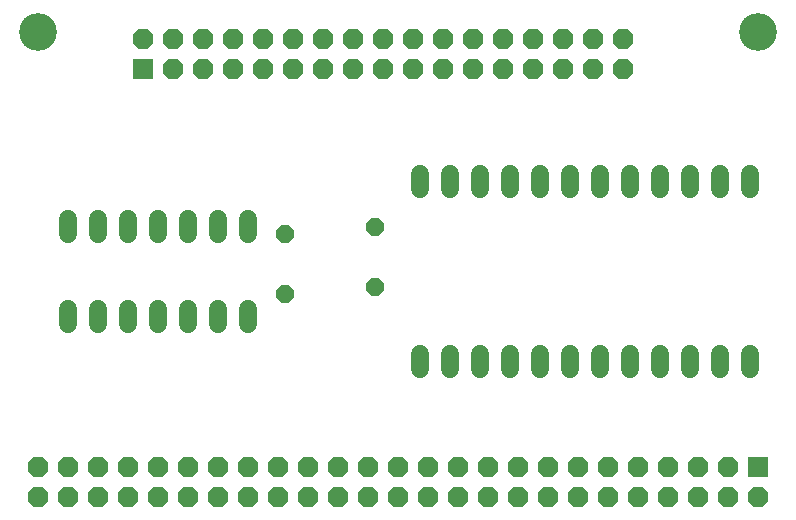
<source format=gbs>
G04 EAGLE Gerber RS-274X export*
G75*
%MOMM*%
%FSLAX34Y34*%
%LPD*%
%INBottom Soldermask*%
%IPPOS*%
%AMOC8*
5,1,8,0,0,1.08239X$1,22.5*%
G01*
%ADD10C,3.203200*%
%ADD11R,1.727200X1.727200*%
%ADD12P,1.869504X8X22.500000*%
%ADD13P,1.869504X8X202.500000*%
%ADD14C,1.524000*%
%ADD15P,1.649562X8X292.500000*%


D10*
X25400Y425450D03*
X635000Y425450D03*
D11*
X114300Y393700D03*
D12*
X139700Y393700D03*
X165100Y393700D03*
X190500Y393700D03*
X215900Y393700D03*
X241300Y393700D03*
X114300Y419100D03*
X139700Y419100D03*
X165100Y419100D03*
X190500Y419100D03*
X215900Y419100D03*
X241300Y419100D03*
X266700Y393700D03*
X266700Y419100D03*
X292100Y393700D03*
X317500Y393700D03*
X342900Y393700D03*
X368300Y393700D03*
X393700Y393700D03*
X419100Y393700D03*
X292100Y419100D03*
X317500Y419100D03*
X342900Y419100D03*
X368300Y419100D03*
X393700Y419100D03*
X419100Y419100D03*
X444500Y393700D03*
X444500Y419100D03*
X469900Y393700D03*
X495300Y393700D03*
X520700Y393700D03*
X469900Y419100D03*
X495300Y419100D03*
X520700Y419100D03*
D11*
X635000Y57150D03*
D13*
X635000Y31750D03*
X609600Y57150D03*
X609600Y31750D03*
X584200Y57150D03*
X584200Y31750D03*
X558800Y57150D03*
X558800Y31750D03*
X533400Y57150D03*
X533400Y31750D03*
X508000Y57150D03*
X508000Y31750D03*
X482600Y57150D03*
X482600Y31750D03*
X457200Y57150D03*
X457200Y31750D03*
X431800Y57150D03*
X431800Y31750D03*
X406400Y57150D03*
X406400Y31750D03*
X381000Y57150D03*
X381000Y31750D03*
X355600Y57150D03*
X355600Y31750D03*
X330200Y57150D03*
X330200Y31750D03*
X304800Y57150D03*
X304800Y31750D03*
X279400Y57150D03*
X279400Y31750D03*
X254000Y57150D03*
X254000Y31750D03*
X228600Y57150D03*
X228600Y31750D03*
X203200Y57150D03*
X203200Y31750D03*
X177800Y57150D03*
X177800Y31750D03*
X152400Y57150D03*
X152400Y31750D03*
X127000Y31750D03*
X127000Y57150D03*
X101600Y57150D03*
X76200Y57150D03*
X50800Y57150D03*
X50800Y31750D03*
X76200Y31750D03*
X101600Y31750D03*
X25400Y31750D03*
X25400Y57150D03*
D14*
X50800Y177546D02*
X50800Y190754D01*
X76200Y190754D02*
X76200Y177546D01*
X203200Y177546D02*
X203200Y190754D01*
X203200Y253746D02*
X203200Y266954D01*
X101600Y190754D02*
X101600Y177546D01*
X127000Y177546D02*
X127000Y190754D01*
X177800Y190754D02*
X177800Y177546D01*
X152400Y177546D02*
X152400Y190754D01*
X177800Y253746D02*
X177800Y266954D01*
X152400Y266954D02*
X152400Y253746D01*
X127000Y253746D02*
X127000Y266954D01*
X101600Y266954D02*
X101600Y253746D01*
X76200Y253746D02*
X76200Y266954D01*
X50800Y266954D02*
X50800Y253746D01*
X349250Y152654D02*
X349250Y139446D01*
X374650Y139446D02*
X374650Y152654D01*
X501650Y152654D02*
X501650Y139446D01*
X527050Y139446D02*
X527050Y152654D01*
X400050Y152654D02*
X400050Y139446D01*
X425450Y139446D02*
X425450Y152654D01*
X476250Y152654D02*
X476250Y139446D01*
X450850Y139446D02*
X450850Y152654D01*
X552450Y152654D02*
X552450Y139446D01*
X577850Y139446D02*
X577850Y152654D01*
X603250Y152654D02*
X603250Y139446D01*
X628650Y139446D02*
X628650Y152654D01*
X628650Y291846D02*
X628650Y305054D01*
X603250Y305054D02*
X603250Y291846D01*
X577850Y291846D02*
X577850Y305054D01*
X552450Y305054D02*
X552450Y291846D01*
X527050Y291846D02*
X527050Y305054D01*
X501650Y305054D02*
X501650Y291846D01*
X476250Y291846D02*
X476250Y305054D01*
X450850Y305054D02*
X450850Y291846D01*
X425450Y291846D02*
X425450Y305054D01*
X400050Y305054D02*
X400050Y291846D01*
X374650Y291846D02*
X374650Y305054D01*
X349250Y305054D02*
X349250Y291846D01*
D15*
X234950Y254000D03*
X234950Y203200D03*
X311150Y260350D03*
X311150Y209550D03*
M02*

</source>
